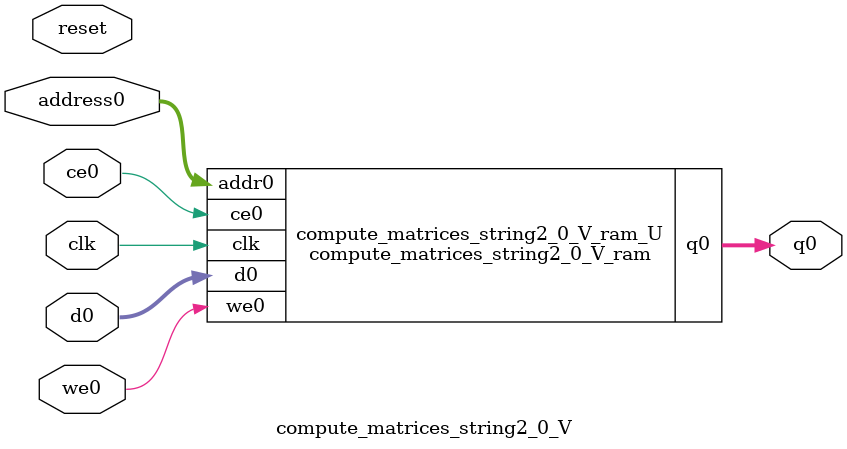
<source format=v>
`timescale 1 ns / 1 ps
module compute_matrices_string2_0_V_ram (addr0, ce0, d0, we0, q0,  clk);

parameter DWIDTH = 3;
parameter AWIDTH = 16;
parameter MEM_SIZE = 32799;

input[AWIDTH-1:0] addr0;
input ce0;
input[DWIDTH-1:0] d0;
input we0;
output reg[DWIDTH-1:0] q0;
input clk;

reg [DWIDTH-1:0] ram0[0:MEM_SIZE-1];



always @(posedge clk)  
begin 
    if (ce0) begin
        if (we0) 
            ram0[addr0] <= d0; 
        q0 <= ram0[addr0];
    end
end


endmodule

`timescale 1 ns / 1 ps
module compute_matrices_string2_0_V(
    reset,
    clk,
    address0,
    ce0,
    we0,
    d0,
    q0);

parameter DataWidth = 32'd3;
parameter AddressRange = 32'd32799;
parameter AddressWidth = 32'd16;
input reset;
input clk;
input[AddressWidth - 1:0] address0;
input ce0;
input we0;
input[DataWidth - 1:0] d0;
output[DataWidth - 1:0] q0;



compute_matrices_string2_0_V_ram compute_matrices_string2_0_V_ram_U(
    .clk( clk ),
    .addr0( address0 ),
    .ce0( ce0 ),
    .we0( we0 ),
    .d0( d0 ),
    .q0( q0 ));

endmodule


</source>
